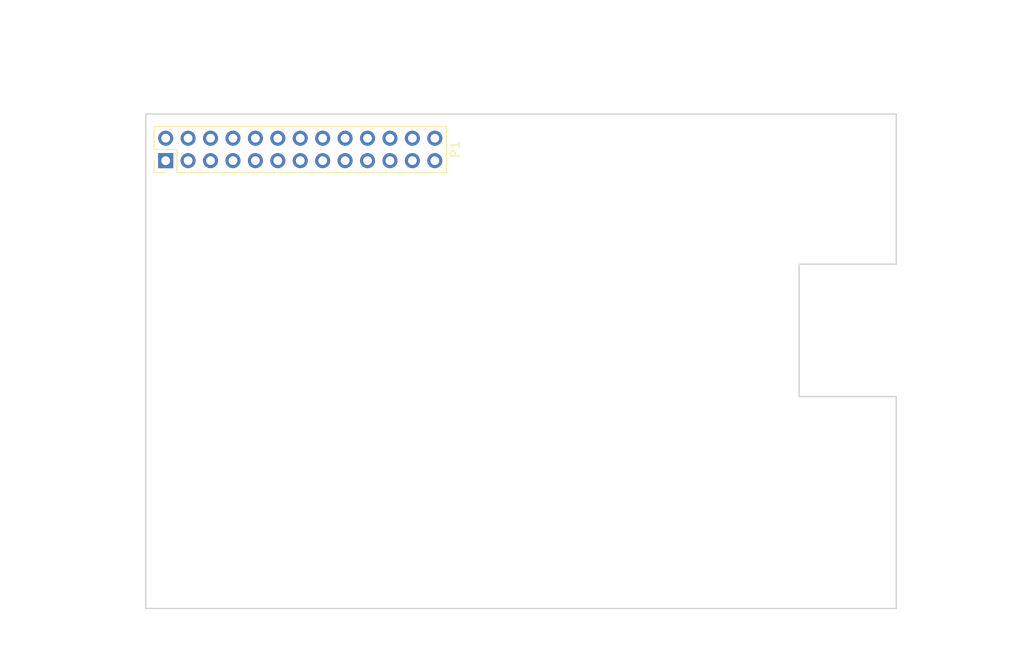
<source format=kicad_pcb>
(kicad_pcb (version 20221018) (generator pcbnew)
  (title_block (date "15 nov 2012"))
  (layers (0 "F.Cu" signal) (31 "B.Cu" signal) (34 "B.Paste" user) (35 "F.Paste" user) (36 "B.SilkS" user "B.Silkscreen") (37 "F.SilkS" user "F.Silkscreen") (38 "B.Mask" user) (39 "F.Mask" user) (44 "Edge.Cuts" user))
  (net 0 "")
  (net 1 "+5V")
  (net 2 "GND")
  (net 3 "+3V3")
  (net 4 "/GPIO0(SDA)")
  (net 5 "Net-(P1-Pad4)")
  (net 6 "/GPIO1(SCL)")
  (net 7 "/GPIO4")
  (net 8 "/TXD")
  (net 9 "Net-(P1-Pad9)")
  (net 10 "/RXD")
  (net 11 "/GPIO17")
  (net 12 "/GPIO18")
  (net 13 "/GPIO21")
  (net 14 "Net-(P1-Pad14)")
  (net 15 "/GPIO22")
  (net 16 "/GPIO23")
  (net 17 "Net-(P1-Pad17)")
  (net 18 "/GPIO24")
  (net 19 "/GPIO10(MOSI)")
  (net 20 "Net-(P1-Pad20)")
  (net 21 "/GPIO9(MISO)")
  (net 22 "/GPIO25")
  (net 23 "/GPIO11(SCLK)")
  (net 24 "/GPIO8(CE0)")
  (net 25 "Net-(P1-Pad25)")
  (net 26 "/GPIO7(CE1)")
  (footprint "Connector_PinHeader_2.54mm:PinHeader_2x13_P2.54mm_Vertical" (layer "F.Cu") (at 145.75536 130.27914 90)
    (fp_text reference "P1" (at 1.27 32.80664 270) (layer "F.SilkS"))
    (fp_text value "CONN_13X2")
    (fp_line (start -1.33 -1.33) (end 0 -1.33) (stroke (width 0.12)) (layer "F.SilkS"))
    (fp_line (start -1.33 0) (end -1.33 -1.33) (stroke (width 0.12)) (layer "F.SilkS"))
    (fp_line (start -1.33 1.27) (end -1.33 31.81) (stroke (width 0.12)) (layer "F.SilkS"))
    (fp_line (start -1.33 1.27) (end 1.27 1.27) (stroke (width 0.12)) (layer "F.SilkS"))
    (fp_line (start -1.33 31.81) (end 3.87 31.81) (stroke (width 0.12)) (layer "F.SilkS"))
    (fp_line (start 1.27 -1.33) (end 3.87 -1.33) (stroke (width 0.12)) (layer "F.SilkS"))
    (fp_line (start 1.27 1.27) (end 1.27 -1.33) (stroke (width 0.12)) (layer "F.SilkS"))
    (fp_line (start 3.87 -1.33) (end 3.87 31.81) (stroke (width 0.12)) (layer "F.SilkS"))
    (pad "1" thru_hole rect locked (at 0 0 90) (size 1.7 1.7) (drill 1) (layers "*.Cu" "*.Mask") (net 3 "+3V3"))
    (pad "2" thru_hole oval locked (at 2.54 0 90) (size 1.7 1.7) (drill 1) (layers "*.Cu" "*.Mask") (net 1 "+5V"))
    (pad "3" thru_hole oval locked (at 0 2.54 90) (size 1.7 1.7) (drill 1) (layers "*.Cu" "*.Mask") (net 4 "/GPIO0(SDA)"))
    (pad "4" thru_hole oval locked (at 2.54 2.54 90) (size 1.7 1.7) (drill 1) (layers "*.Cu" "*.Mask") (net 5 "Net-(P1-Pad4)"))
    (pad "5" thru_hole oval locked (at 0 5.08 90) (size 1.7 1.7) (drill 1) (layers "*.Cu" "*.Mask") (net 6 "/GPIO1(SCL)"))
    (pad "6" thru_hole oval locked (at 2.54 5.08 90) (size 1.7 1.7) (drill 1) (layers "*.Cu" "*.Mask") (net 2 "GND"))
    (pad "7" thru_hole oval locked (at 0 7.62 90) (size 1.7 1.7) (drill 1) (layers "*.Cu" "*.Mask") (net 7 "/GPIO4"))
    (pad "8" thru_hole oval locked (at 2.54 7.62 90) (size 1.7 1.7) (drill 1) (layers "*.Cu" "*.Mask") (net 8 "/TXD"))
    (pad "9" thru_hole oval locked (at 0 10.16 90) (size 1.7 1.7) (drill 1) (layers "*.Cu" "*.Mask") (net 9 "Net-(P1-Pad9)"))
    (pad "10" thru_hole oval locked (at 2.54 10.16 90) (size 1.7 1.7) (drill 1) (layers "*.Cu" "*.Mask") (net 10 "/RXD"))
    (pad "11" thru_hole oval locked (at 0 12.7 90) (size 1.7 1.7) (drill 1) (layers "*.Cu" "*.Mask") (net 11 "/GPIO17"))
    (pad "12" thru_hole oval locked (at 2.54 12.7 90) (size 1.7 1.7) (drill 1) (layers "*.Cu" "*.Mask") (net 12 "/GPIO18"))
    (pad "13" thru_hole oval locked (at 0 15.24 90) (size 1.7 1.7) (drill 1) (layers "*.Cu" "*.Mask") (net 13 "/GPIO21"))
    (pad "14" thru_hole oval locked (at 2.54 15.24 90) (size 1.7 1.7) (drill 1) (layers "*.Cu" "*.Mask") (net 14 "Net-(P1-Pad14)"))
    (pad "15" thru_hole oval locked (at 0 17.78 90) (size 1.7 1.7) (drill 1) (layers "*.Cu" "*.Mask") (net 15 "/GPIO22"))
    (pad "16" thru_hole oval locked (at 2.54 17.78 90) (size 1.7 1.7) (drill 1) (layers "*.Cu" "*.Mask") (net 16 "/GPIO23"))
    (pad "17" thru_hole oval locked (at 0 20.32 90) (size 1.7 1.7) (drill 1) (layers "*.Cu" "*.Mask") (net 17 "Net-(P1-Pad17)"))
    (pad "18" thru_hole oval locked (at 2.54 20.32 90) (size 1.7 1.7) (drill 1) (layers "*.Cu" "*.Mask") (net 18 "/GPIO24"))
    (pad "19" thru_hole oval locked (at 0 22.86 90) (size 1.7 1.7) (drill 1) (layers "*.Cu" "*.Mask") (net 19 "/GPIO10(MOSI)"))
    (pad "20" thru_hole oval locked (at 2.54 22.86 90) (size 1.7 1.7) (drill 1) (layers "*.Cu" "*.Mask") (net 20 "Net-(P1-Pad20)"))
    (pad "21" thru_hole oval locked (at 0 25.4 90) (size 1.7 1.7) (drill 1) (layers "*.Cu" "*.Mask") (net 21 "/GPIO9(MISO)"))
    (pad "22" thru_hole oval locked (at 2.54 25.4 90) (size 1.7 1.7) (drill 1) (layers "*.Cu" "*.Mask") (net 22 "/GPIO25"))
    (pad "23" thru_hole oval locked (at 0 27.94 90) (size 1.7 1.7) (drill 1) (layers "*.Cu" "*.Mask") (net 23 "/GPIO11(SCLK)"))
    (pad "24" thru_hole oval locked (at 2.54 27.94 90) (size 1.7 1.7) (drill 1) (layers "*.Cu" "*.Mask") (net 24 "/GPIO8(CE0)"))
    (pad "25" thru_hole oval locked (at 0 30.48 90) (size 1.7 1.7) (drill 1) (layers "*.Cu" "*.Mask") (net 25 "Net-(P1-Pad25)"))
    (pad "26" thru_hole oval locked (at 2.54 30.48 90) (size 1.7 1.7) (drill 1) (layers "*.Cu" "*.Mask") (net 26 "/GPIO7(CE1)"))
  )
  (gr_line (start 228.5 181) (end 228.5 157) (stroke (width 0.15)) (layer "Edge.Cuts"))
  (gr_line (start 217.5 142) (end 228.5 142) (stroke (width 0.15)) (layer "Edge.Cuts"))
  (gr_line (start 143.5 181) (end 228.5 181) (stroke (width 0.15)) (layer "Edge.Cuts"))
  (gr_line (start 228.5 125) (end 143.5 125) (stroke (width 0.15)) (layer "Edge.Cuts"))
  (gr_line (start 228.5 157) (end 217.5 157) (stroke (width 0.15)) (layer "Edge.Cuts"))
  (gr_line (start 228.5 142) (end 228.5 125) (stroke (width 0.15)) (layer "Edge.Cuts"))
  (gr_line (start 143.5 125) (end 143.5 181) (stroke (width 0.15)) (layer "Edge.Cuts"))
  (gr_line (start 217.5 157) (end 217.5 142) (stroke (width 0.15)) (layer "Edge.Cuts"))
)
</source>
